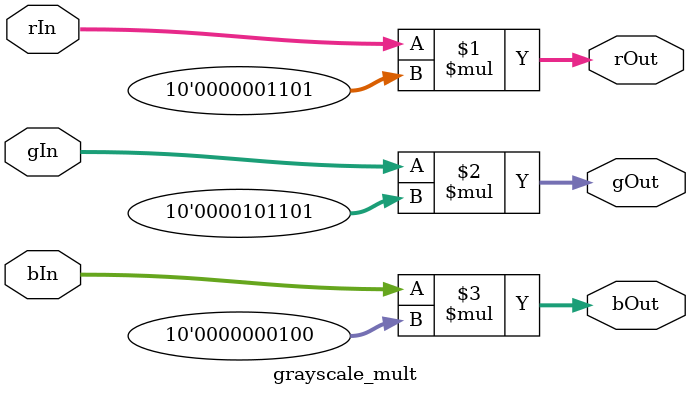
<source format=v>
module grayscale_mult (

	input [3:0] rIn, gIn, bIn,
	output wire [9:0] rOut, gOut, bOut
	
);

	assign rOut = rIn * {4'b0000, 6'b001101}; // wait after add to divide
	assign gOut = gIn * {4'b0000, 6'b101101};
	assign bOut = bIn * {4'b0000, 6'b000100};

endmodule

</source>
